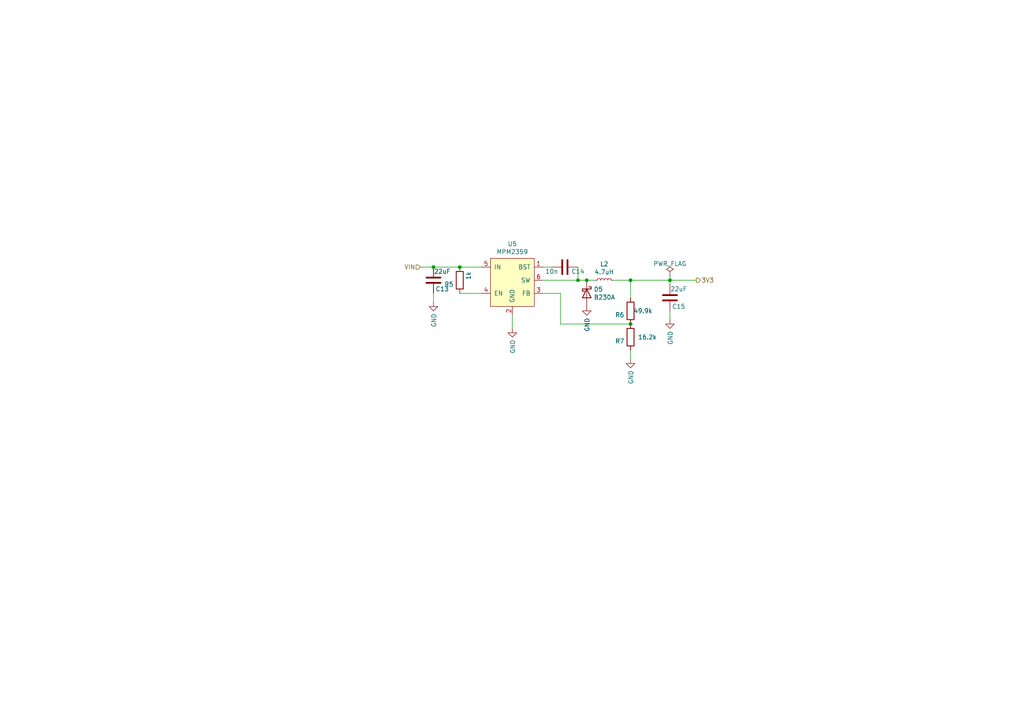
<source format=kicad_sch>
(kicad_sch (version 20230121) (generator eeschema)
  (paper "A4")
  (lib_symbols
    (symbol "Device:C" (pin_numbers hide) (pin_names (offset 0.254))
      (property "Reference" "C" (at 0.635 2.54 0))
      (property "Value" "C" (at 0.635 -2.54 0))
      (symbol "C_0_1"
        (polyline (pts (xy -2.032 -0.762) (xy 2.032 -0.762)) (stroke (width 0.508)))
        (polyline (pts (xy -2.032 0.762) (xy 2.032 0.762)) (stroke (width 0.508)))
      )
      (symbol "C_1_1"
        (pin passive line (at 0 3.81 270) (length 2.794) (name "~") (number "1"))
        (pin passive line (at 0 -3.81 90) (length 2.794) (name "~") (number "2"))
      )
    )
    (symbol "Device:L_Small" (pin_numbers hide) (pin_names (offset 0.254) hide)
      (property "Reference" "L" (at 0.762 1.016 0))
      (property "Value" "L_Small" (at 0.762 -1.016 0))
      (symbol "L_Small_0_1"
        (arc (start 0 -2.032) (mid 0.5058 -1.524) (end 0 -1.016))
        (arc (start 0 -1.016) (mid 0.5058 -0.508) (end 0 0))
        (arc (start 0 0) (mid 0.5058 0.508) (end 0 1.016))
        (arc (start 0 1.016) (mid 0.5058 1.524) (end 0 2.032))
      )
      (symbol "L_Small_1_1"
        (pin passive line (at 0 2.54 270) (length 0.508) (name "~") (number "1"))
        (pin passive line (at 0 -2.54 90) (length 0.508) (name "~") (number "2"))
      )
    )
    (symbol "Device:R" (pin_numbers hide) (pin_names (offset 0))
      (property "Reference" "R" (at 2.032 0 90))
      (property "Value" "R" (at 0 0 90))
      (symbol "R_0_1"
        (rectangle (start -1.016 -2.54) (end 1.016 2.54) (stroke (width 0.254)))
      )
      (symbol "R_1_1"
        (pin passive line (at 0 3.81 270) (length 1.27) (name "~") (number "1"))
        (pin passive line (at 0 -3.81 90) (length 1.27) (name "~") (number "2"))
      )
    )
    (symbol "Diode:B230" (pin_numbers hide) (pin_names (offset 1.016) hide)
      (property "Reference" "D" (at 0 2.54 0))
      (property "Value" "B230" (at 0 -2.54 0))
      (symbol "B230_0_1"
        (polyline (pts (xy 1.27 0) (xy -1.27 0)))
        (polyline (pts (xy 1.27 1.27) (xy 1.27 -1.27) (xy -1.27 0) (xy 1.27 1.27)) (stroke (width 0.254)))
        (polyline (pts (xy -1.905 0.635) (xy -1.905 1.27) (xy -1.27 1.27) (xy -1.27 -1.27) (xy -0.635 -1.27) (xy -0.635 -0.635)) (stroke (width 0.254)))
      )
      (symbol "B230_1_1"
        (pin passive line (at -3.81 0 0) (length 2.54) (name "K") (number "1"))
        (pin passive line (at 3.81 0 180) (length 2.54) (name "A") (number "2"))
      )
    )
    (symbol "boardcomputer:MPM2359" (pin_names (offset 1.016))
      (property "Reference" "U" (at 1.27 5.08 0))
      (property "Value" "MPM2359" (at 5.08 2.54 0))
      (symbol "MPM2359_0_1"
        (rectangle (start 0 0) (end 12.7 -13.97) (fill (type background)))
      )
      (symbol "MPM2359_1_1"
        (pin input line (at 15.24 -2.54 180) (length 2.54) (name "BST") (number "1"))
        (pin power_in line (at 6.35 -16.51 90) (length 2.54) (name "GND") (number "2"))
        (pin input line (at 15.24 -10.16 180) (length 2.54) (name "FB") (number "3"))
        (pin input line (at -2.54 -10.16 0) (length 2.54) (name "EN") (number "4"))
        (pin power_in line (at -2.54 -2.54 0) (length 2.54) (name "IN") (number "5"))
        (pin power_out line (at 15.24 -6.35 180) (length 2.54) (name "SW") (number "6"))
      )
    )
    (symbol "power:GND" (power) (pin_names (offset 0))
      (property "Value" "GND" (at 0 -3.81 0))
      (symbol "GND_0_1"
        (polyline (pts (xy 0 0) (xy 0 -1.27) (xy 1.27 -1.27) (xy 0 -2.54) (xy -1.27 -1.27) (xy 0 -1.27)))
      )
      (symbol "GND_1_1"
        (pin power_in line (at 0 0 270) (length 0) hide (name "GND") (number "1"))
      )
    )
    (symbol "power:PWR_FLAG" (power) (pin_numbers hide) (pin_names (offset 0) hide)
      (property "Value" "PWR_FLAG" (at 0 3.81 0))
      (symbol "PWR_FLAG_0_0"
        (pin power_out line (at 0 0 90) (length 0) (name "pwr") (number "1"))
      )
      (symbol "PWR_FLAG_0_1"
        (polyline (pts (xy 0 0) (xy 0 1.27) (xy -1.016 1.905) (xy 0 2.54) (xy 1.016 1.905) (xy 0 1.27)))
      )
    )
  )
  (junction (at 182.88 93.98))
  (junction (at 194.31 81.28))
  (junction (at 125.73 77.47))
  (junction (at 167.64 81.28))
  (junction (at 182.88 81.28))
  (junction (at 133.35 77.47))
  (junction (at 170.18 81.28))
  (wire (pts (xy 182.88 101.6) (xy 182.88 104.14)))
  (wire (pts (xy 121.92 77.47) (xy 125.73 77.47)))
  (wire (pts (xy 194.31 80.01) (xy 194.31 81.28)))
  (wire (pts (xy 194.31 81.28) (xy 194.31 82.55)))
  (wire (pts (xy 125.73 77.47) (xy 133.35 77.47)))
  (wire (pts (xy 182.88 81.28) (xy 194.31 81.28)))
  (wire (pts (xy 157.48 77.47) (xy 160.02 77.47)))
  (wire (pts (xy 162.56 93.98) (xy 182.88 93.98)))
  (wire (pts (xy 167.64 81.28) (xy 170.18 81.28)))
  (wire (pts (xy 194.31 81.28) (xy 201.93 81.28)))
  (wire (pts (xy 125.73 85.09) (xy 125.73 87.63)))
  (wire (pts (xy 194.31 92.71) (xy 194.31 90.17)))
  (wire (pts (xy 148.59 91.44) (xy 148.59 95.25)))
  (wire (pts (xy 157.48 81.28) (xy 167.64 81.28)))
  (wire (pts (xy 167.64 77.47) (xy 167.64 81.28)))
  (wire (pts (xy 139.7 77.47) (xy 133.35 77.47)))
  (wire (pts (xy 133.35 85.09) (xy 139.7 85.09)))
  (wire (pts (xy 182.88 86.36) (xy 182.88 81.28)))
  (wire (pts (xy 170.18 81.28) (xy 172.72 81.28)))
  (wire (pts (xy 177.8 81.28) (xy 182.88 81.28)))
  (wire (pts (xy 162.56 85.09) (xy 162.56 93.98)))
  (wire (pts (xy 157.48 85.09) (xy 162.56 85.09)))
  (hierarchical_label "VIN" (shape input) (at 121.92 77.47 180))
  (hierarchical_label "3V3" (shape output) (at 201.93 81.28 0))
  (symbol (lib_id "Device:R") (at 182.88 90.17 180) (unit 1)
    (property "Reference" "R6" (at 181.102 91.3384 0) (effects (justify left)))
    (property "Value" "49.9k" (at 189.23 90.17 0) (effects (justify left)))
    (property "Footprint" "Resistor_SMD:R_0603_1608Metric" (effects hide))
    (property "LCSC Part #" "C23184" (effects hide))
  )
  (symbol (lib_id "power:GND") (at 170.18 88.9 0) (unit 1)
    (property "Reference" "#PWR0106" (effects hide))
    (property "Value" "GND" (at 170.307 92.1512 90) (effects (justify right)))
    (instances (project "bobbycar" (path "" (reference "#PWR0106") (unit 1)) (path "" (reference "#PWR017") (unit 1))))
  )
  (symbol (lib_id "Diode:B230") (at 170.18 85.09 270) (unit 1)
    (property "Reference" "D5" (at 172.212 83.9216 90) (effects (justify left)))
    (property "Value" "B230A" (at 172.212 86.233 90) (effects (justify left)))
    (property "Footprint" "Diode_SMD:D_SMA" (effects hide))
    (property "Datasheet" "http://www.jameco.com/Jameco/Products/ProdDS/1538777.pdf" (effects hide))
    (property "LCSC Part #" "C12889" (effects hide))
  )
  (symbol (lib_id "Device:C") (at 125.73 81.28 180) (unit 1)
    (property "Reference" "C13" (at 128.27 83.82 0))
    (property "Value" "22uF" (at 128.27 78.74 0))
    (property "Footprint" "Capacitor_SMD:C_0805_2012Metric" (effects hide))
    (property "LCSC Part #" "C45783" (effects hide))
  )
  (symbol (lib_id "Device:R") (at 182.88 97.79 180) (unit 1)
    (property "Reference" "R7" (at 181.102 98.9584 0) (effects (justify left)))
    (property "Value" "16.2k" (at 190.5 97.79 0) (effects (justify left)))
    (property "Footprint" "Resistor_SMD:R_0603_1608Metric" (effects hide))
    (property "LCSC Part #" "C22885" (effects hide))
  )
  (symbol (lib_id "power:GND") (at 182.88 104.14 0) (unit 1)
    (property "Reference" "#PWR0102" (effects hide))
    (property "Value" "GND" (at 183.007 107.3912 90) (effects (justify right)))
    (instances (project "bobbycar" (path "" (reference "#PWR0102") (unit 1)) (path "" (reference "#PWR010") (unit 1))))
  )
  (symbol (lib_id "Device:C") (at 194.31 86.36 180) (unit 1)
    (property "Reference" "C15" (at 196.85 88.9 0))
    (property "Value" "22uF" (at 196.85 83.82 0))
    (property "Footprint" "Capacitor_SMD:C_0805_2012Metric" (effects hide))
    (property "LCSC Part #" "C45783" (effects hide))
  )
  (symbol (lib_id "power:GND") (at 194.31 92.71 0) (unit 1)
    (property "Reference" "#PWR0104" (effects hide))
    (property "Value" "GND" (at 194.437 95.9612 90) (effects (justify right)))
    (instances (project "bobbycar" (path "" (reference "#PWR0104") (unit 1)) (path "" (reference "#PWR019") (unit 1))))
  )
  (symbol (lib_id "Device:C") (at 163.83 77.47 270) (unit 1)
    (property "Reference" "C14" (at 167.64 78.74 90))
    (property "Value" "10n" (at 160.02 78.74 90))
    (property "Footprint" "Capacitor_SMD:C_0603_1608Metric" (effects hide))
    (property "LCSC Part #" "C57112" (effects hide))
  )
  (symbol (lib_id "power:PWR_FLAG") (at 194.31 80.01 0) (unit 1)
    (property "Reference" "#FLG01" (effects hide))
    (property "Value" "PWR_FLAG" (at 194.31 76.5081 0))
  )
  (symbol (lib_id "power:GND") (at 125.73 87.63 0) (unit 1)
    (property "Reference" "#PWR0103" (effects hide))
    (property "Value" "GND" (at 125.857 90.8812 90) (effects (justify right)))
    (instances (project "bobbycar" (path "" (reference "#PWR0103") (unit 1)) (path "" (reference "#PWR011") (unit 1))))
  )
  (symbol (lib_id "power:GND") (at 148.59 95.25 0) (unit 1)
    (property "Reference" "#PWR0101" (effects hide))
    (property "Value" "GND" (at 148.717 98.5012 90) (effects (justify right)))
    (instances (project "bobbycar" (path "" (reference "#PWR0101") (unit 1)) (path "" (reference "#PWR014") (unit 1))))
  )
  (symbol (lib_id "boardcomputer:MPM2359") (at 142.24 74.93 0) (unit 1)
    (property "Reference" "U5" (at 148.59 70.739 0))
    (property "Value" "MPM2359" (at 148.59 73.0504 0))
    (property "Footprint" "Package_TO_SOT_SMD:SOT-23-6" (effects hide))
    (property "Datasheet" "https://www.monolithicpower.com/en/documentview/productdocument/index/version/2/document_type/Datasheet/lang/en/sku/MP2359/document_id/228" (effects hide))
    (property "LCSC Part #" "C2959845" (effects hide))
  )
  (symbol (lib_id "Device:L_Small") (at 175.26 81.28 90) (unit 1)
    (property "Reference" "L2" (at 175.26 76.581 90))
    (property "Value" "4.7uH" (at 175.26 78.8924 90))
    (property "Footprint" "boardcomputer:L_5040" (effects hide))
    (property "LCSC Part #" "C354606" (effects hide))
  )
  (symbol (lib_id "Device:R") (at 133.35 81.28 180) (unit 1)
    (property "Reference" "R5" (at 131.572 82.4484 0) (effects (justify left)))
    (property "Value" "1k" (at 135.89 78.74 90) (effects (justify left)))
    (property "Footprint" "Resistor_SMD:R_0603_1608Metric" (effects hide))
    (property "LCSC Part #" "C21190" (effects hide))
  )
)
</source>
